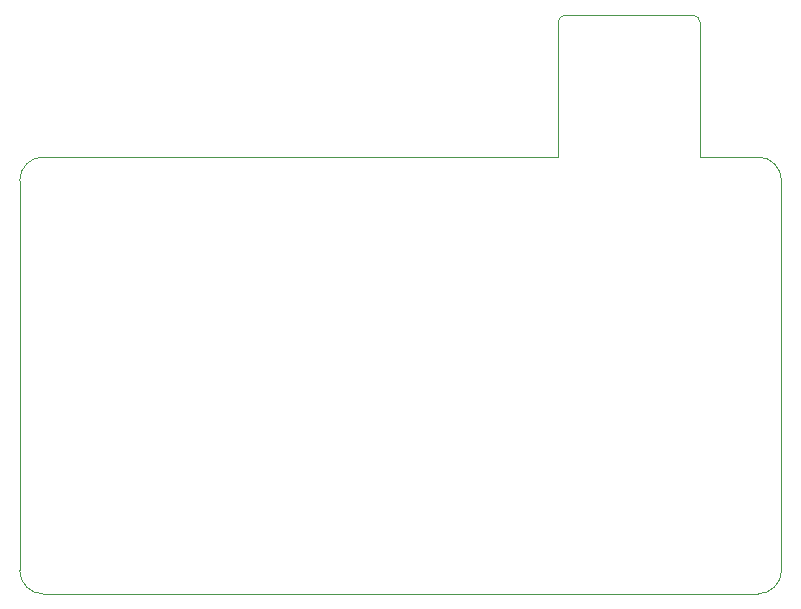
<source format=gm1>
G04 #@! TF.GenerationSoftware,KiCad,Pcbnew,(6.0.5)*
G04 #@! TF.CreationDate,2022-06-23T18:32:15+02:00*
G04 #@! TF.ProjectId,microjuice,6d696372-6f6a-4756-9963-652e6b696361,rev?*
G04 #@! TF.SameCoordinates,Original*
G04 #@! TF.FileFunction,Profile,NP*
%FSLAX46Y46*%
G04 Gerber Fmt 4.6, Leading zero omitted, Abs format (unit mm)*
G04 Created by KiCad (PCBNEW (6.0.5)) date 2022-06-23 18:32:15*
%MOMM*%
%LPD*%
G01*
G04 APERTURE LIST*
G04 #@! TA.AperFunction,Profile*
%ADD10C,0.100000*%
G04 #@! TD*
G04 APERTURE END LIST*
D10*
X136200000Y-88000000D02*
G75*
G03*
X135600000Y-88600000I0J-600000D01*
G01*
X147600000Y-88600000D02*
X147600000Y-100000000D01*
X92000000Y-100000000D02*
G75*
G03*
X90000000Y-102000000I0J-2000000D01*
G01*
X136200000Y-88000000D02*
X147000000Y-88000000D01*
X147600000Y-100000000D02*
X152500000Y-100000000D01*
X147600000Y-88600000D02*
G75*
G03*
X147000000Y-88000000I-600000J0D01*
G01*
X154500000Y-102000000D02*
G75*
G03*
X152500000Y-100000000I-2000000J0D01*
G01*
X152500000Y-137000000D02*
X92000000Y-137000000D01*
X152500000Y-137000000D02*
G75*
G03*
X154500000Y-135000000I0J2000000D01*
G01*
X90000000Y-135000000D02*
G75*
G03*
X92000000Y-137000000I2000000J0D01*
G01*
X92000000Y-100000000D02*
X135600000Y-100000000D01*
X135600000Y-100000000D02*
X135600000Y-88600000D01*
X90000000Y-135000000D02*
X90000000Y-102000000D01*
X154500000Y-102000000D02*
X154500000Y-135000000D01*
M02*

</source>
